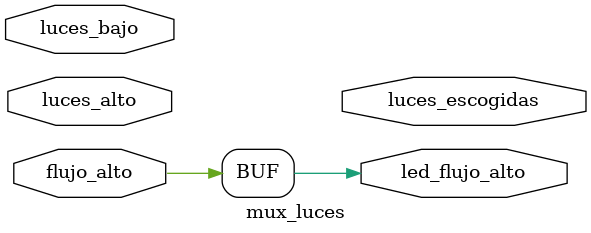
<source format=v>
`timescale 1ns / 1ps


module mux_luces(
    input [5:0] luces_bajo, luces_alto,
    input flujo_alto,
    output [5:0] luces_escogidas,
    output led_flujo_alto
    );
    
    assign led_flujo_alto = flujo_alto;
    
    assign clk_out_selected = flujo_alto ? luces_alto : luces_bajo; 
    
endmodule

</source>
